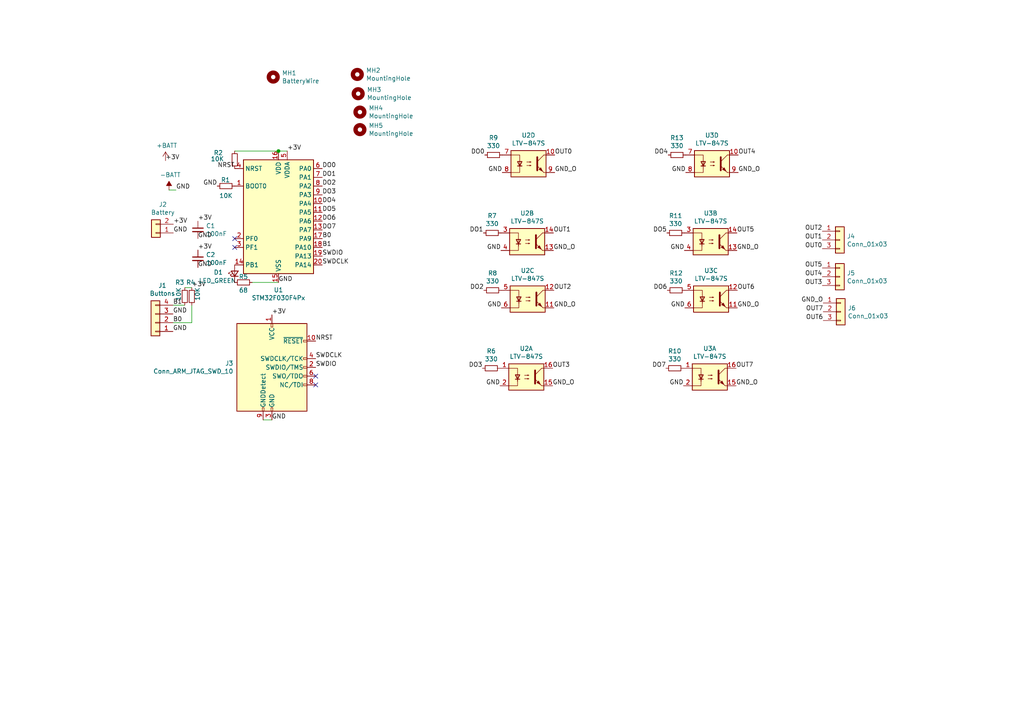
<source format=kicad_sch>
(kicad_sch (version 20230121) (generator eeschema)
  (paper "A4")
  (lib_symbols
    (symbol "Connector_Generic:Conn_01x02" (pin_names (offset 1.016) hide)
      (property "Reference" "J" (at 0 2.54 0))
      (property "Value" "Conn_01x02" (at 0 -5.08 0))
      (symbol "Conn_01x02_1_1"
        (rectangle (start -1.27 -2.413) (end 0 -2.667) (stroke (width 0.1524)))
        (rectangle (start -1.27 0.127) (end 0 -0.127) (stroke (width 0.1524)))
        (rectangle (start -1.27 1.27) (end 1.27 -3.81) (stroke (width 0.254)) (fill (type background)))
        (pin passive line (at -5.08 0 0) (length 3.81) (name "Pin_1") (number "1"))
        (pin passive line (at -5.08 -2.54 0) (length 3.81) (name "Pin_2") (number "2"))
      )
    )
    (symbol "Connector_Generic:Conn_01x03" (pin_names (offset 1.016) hide)
      (property "Reference" "J" (at 0 5.08 0))
      (property "Value" "Conn_01x03" (at 0 -5.08 0))
      (symbol "Conn_01x03_1_1"
        (rectangle (start -1.27 -2.413) (end 0 -2.667) (stroke (width 0.1524)))
        (rectangle (start -1.27 0.127) (end 0 -0.127) (stroke (width 0.1524)))
        (rectangle (start -1.27 2.667) (end 0 2.413) (stroke (width 0.1524)))
        (rectangle (start -1.27 3.81) (end 1.27 -3.81) (stroke (width 0.254)) (fill (type background)))
        (pin passive line (at -5.08 2.54 0) (length 3.81) (name "Pin_1") (number "1"))
        (pin passive line (at -5.08 0 0) (length 3.81) (name "Pin_2") (number "2"))
        (pin passive line (at -5.08 -2.54 0) (length 3.81) (name "Pin_3") (number "3"))
      )
    )
    (symbol "Connector_Generic:Conn_01x04" (pin_names (offset 1.016) hide)
      (property "Reference" "J" (at 0 5.08 0))
      (property "Value" "Conn_01x04" (at 0 -7.62 0))
      (symbol "Conn_01x04_1_1"
        (rectangle (start -1.27 -4.953) (end 0 -5.207) (stroke (width 0.1524)))
        (rectangle (start -1.27 -2.413) (end 0 -2.667) (stroke (width 0.1524)))
        (rectangle (start -1.27 0.127) (end 0 -0.127) (stroke (width 0.1524)))
        (rectangle (start -1.27 2.667) (end 0 2.413) (stroke (width 0.1524)))
        (rectangle (start -1.27 3.81) (end 1.27 -6.35) (stroke (width 0.254)) (fill (type background)))
        (pin passive line (at -5.08 2.54 0) (length 3.81) (name "Pin_1") (number "1"))
        (pin passive line (at -5.08 0 0) (length 3.81) (name "Pin_2") (number "2"))
        (pin passive line (at -5.08 -2.54 0) (length 3.81) (name "Pin_3") (number "3"))
        (pin passive line (at -5.08 -5.08 0) (length 3.81) (name "Pin_4") (number "4"))
      )
    )
    (symbol "Device:C_Small" (pin_numbers hide) (pin_names (offset 0.254) hide)
      (property "Reference" "C" (at 0.254 1.778 0))
      (property "Value" "C_Small" (at 0.254 -2.032 0))
      (symbol "C_Small_0_1"
        (polyline (pts (xy -1.524 -0.508) (xy 1.524 -0.508)) (stroke (width 0.3302)))
        (polyline (pts (xy -1.524 0.508) (xy 1.524 0.508)) (stroke (width 0.3048)))
      )
      (symbol "C_Small_1_1"
        (pin passive line (at 0 2.54 270) (length 2.032) (name "~") (number "1"))
        (pin passive line (at 0 -2.54 90) (length 2.032) (name "~") (number "2"))
      )
    )
    (symbol "Device:LED_Small" (pin_numbers hide) (pin_names (offset 0.254) hide)
      (property "Reference" "D" (at -1.27 3.175 0))
      (property "Value" "LED_Small" (at -4.445 -2.54 0))
      (symbol "LED_Small_0_1"
        (polyline (pts (xy -0.762 -1.016) (xy -0.762 1.016)) (stroke (width 0.254)))
        (polyline (pts (xy 1.016 0) (xy -0.762 0)))
        (polyline (pts (xy 0.762 -1.016) (xy -0.762 0) (xy 0.762 1.016) (xy 0.762 -1.016)) (stroke (width 0.254)))
        (polyline (pts (xy 0 0.762) (xy -0.508 1.27) (xy -0.254 1.27) (xy -0.508 1.27) (xy -0.508 1.016)))
        (polyline (pts (xy 0.508 1.27) (xy 0 1.778) (xy 0.254 1.778) (xy 0 1.778) (xy 0 1.524)))
      )
      (symbol "LED_Small_1_1"
        (pin passive line (at -2.54 0 0) (length 1.778) (name "K") (number "1"))
        (pin passive line (at 2.54 0 180) (length 1.778) (name "A") (number "2"))
      )
    )
    (symbol "Device:R_Small" (pin_numbers hide) (pin_names (offset 0.254) hide)
      (property "Reference" "R" (at 0.762 0.508 0))
      (property "Value" "R_Small" (at 0.762 -1.016 0))
      (symbol "R_Small_0_1"
        (rectangle (start -0.762 1.778) (end 0.762 -1.778) (stroke (width 0.2032)))
      )
      (symbol "R_Small_1_1"
        (pin passive line (at 0 2.54 270) (length 0.762) (name "~") (number "1"))
        (pin passive line (at 0 -2.54 90) (length 0.762) (name "~") (number "2"))
      )
    )
    (symbol "Isolator:LTV-847S" (pin_names (offset 1.016))
      (property "Reference" "U" (at -3.81 5.08 0))
      (property "Value" "LTV-847S" (at 0 -5.08 0))
      (symbol "LTV-847S_0_1"
        (rectangle (start -5.08 3.81) (end 5.08 -3.81) (stroke (width 0.254)) (fill (type background)))
        (polyline (pts (xy -3.175 -0.635) (xy -1.905 -0.635)) (stroke (width 0.254)))
        (polyline (pts (xy 2.54 0.635) (xy 4.445 2.54)))
        (polyline (pts (xy 4.445 -2.54) (xy 2.54 -0.635)) (fill (type outline)))
        (polyline (pts (xy 4.445 -2.54) (xy 5.08 -2.54)))
        (polyline (pts (xy 4.445 2.54) (xy 5.08 2.54)))
        (polyline (pts (xy -2.54 -0.635) (xy -2.54 -2.54) (xy -5.08 -2.54)))
        (polyline (pts (xy 2.54 1.905) (xy 2.54 -1.905) (xy 2.54 -1.905)) (stroke (width 0.508)))
        (polyline (pts (xy -5.08 2.54) (xy -2.54 2.54) (xy -2.54 -1.27) (xy -2.54 0.635)))
        (polyline (pts (xy -2.54 -0.635) (xy -3.175 0.635) (xy -1.905 0.635) (xy -2.54 -0.635)) (stroke (width 0.254)))
        (polyline (pts (xy -0.508 -0.508) (xy 0.762 -0.508) (xy 0.381 -0.635) (xy 0.381 -0.381) (xy 0.762 -0.508)))
        (polyline (pts (xy -0.508 0.508) (xy 0.762 0.508) (xy 0.381 0.381) (xy 0.381 0.635) (xy 0.762 0.508)))
        (polyline (pts (xy 3.048 -1.651) (xy 3.556 -1.143) (xy 4.064 -2.159) (xy 3.048 -1.651) (xy 3.048 -1.651)) (fill (type outline)))
      )
      (symbol "LTV-847S_1_1"
        (pin passive line (at -7.62 2.54 0) (length 2.54) (name "~") (number "1"))
        (pin passive line (at 7.62 -2.54 180) (length 2.54) (name "~") (number "15"))
        (pin passive line (at 7.62 2.54 180) (length 2.54) (name "~") (number "16"))
        (pin passive line (at -7.62 -2.54 0) (length 2.54) (name "~") (number "2"))
      )
      (symbol "LTV-847S_2_1"
        (pin passive line (at 7.62 -2.54 180) (length 2.54) (name "~") (number "13"))
        (pin passive line (at 7.62 2.54 180) (length 2.54) (name "~") (number "14"))
        (pin passive line (at -7.62 2.54 0) (length 2.54) (name "~") (number "3"))
        (pin passive line (at -7.62 -2.54 0) (length 2.54) (name "~") (number "4"))
      )
      (symbol "LTV-847S_3_1"
        (pin passive line (at 7.62 -2.54 180) (length 2.54) (name "~") (number "11"))
        (pin passive line (at 7.62 2.54 180) (length 2.54) (name "~") (number "12"))
        (pin passive line (at -7.62 2.54 0) (length 2.54) (name "~") (number "5"))
        (pin passive line (at -7.62 -2.54 0) (length 2.54) (name "~") (number "6"))
      )
      (symbol "LTV-847S_4_1"
        (pin passive line (at 7.62 2.54 180) (length 2.54) (name "~") (number "10"))
        (pin passive line (at -7.62 2.54 0) (length 2.54) (name "~") (number "7"))
        (pin passive line (at -7.62 -2.54 0) (length 2.54) (name "~") (number "8"))
        (pin passive line (at 7.62 -2.54 180) (length 2.54) (name "~") (number "9"))
      )
    )
    (symbol "Mechanical:MountingHole" (pin_names (offset 1.016))
      (property "Reference" "H" (at 0 5.08 0))
      (property "Value" "MountingHole" (at 0 3.175 0))
      (symbol "MountingHole_0_1"
        (circle (center 0 0) (radius 1.27) (stroke (width 1.27)))
      )
    )
    (symbol "power:+BATT" (power) (pin_names (offset 0))
      (property "Value" "+BATT" (at 0 3.556 0))
      (symbol "+BATT_0_1"
        (polyline (pts (xy -0.762 1.27) (xy 0 2.54)))
        (polyline (pts (xy 0 0) (xy 0 2.54)))
        (polyline (pts (xy 0 2.54) (xy 0.762 1.27)))
      )
      (symbol "+BATT_1_1"
        (pin power_in line (at 0 0 90) (length 0) hide (name "+BATT") (number "1"))
      )
    )
    (symbol "power:-BATT" (power) (pin_names (offset 0))
      (property "Value" "-BATT" (at 0 3.556 0))
      (symbol "-BATT_0_1"
        (polyline (pts (xy 0 0) (xy 0 2.54)))
        (polyline (pts (xy 0.762 1.27) (xy -0.762 1.27) (xy 0 2.54) (xy 0.762 1.27)) (fill (type outline)))
      )
      (symbol "-BATT_1_1"
        (pin power_in line (at 0 0 90) (length 0) hide (name "-BATT") (number "1"))
      )
    )
    (symbol "psg14_emu-rescue:Conn_ARM_JTAG_SWD_10-Connector" (pin_names (offset 1.016))
      (property "Reference" "J" (at -2.54 16.51 0))
      (property "Value" "Connector:Conn_ARM_JTAG_SWD_10" (at -2.54 13.97 0))
      (symbol "Conn_ARM_JTAG_SWD_10-Connector_0_1"
        (rectangle (start -10.16 12.7) (end 10.16 -12.7) (stroke (width 0.254)) (fill (type background)))
        (rectangle (start -2.794 -12.7) (end -2.286 -11.684))
        (rectangle (start -0.254 -12.7) (end 0.254 -11.684))
        (rectangle (start -0.254 12.7) (end 0.254 11.684))
        (rectangle (start 9.144 2.286) (end 10.16 2.794))
        (rectangle (start 10.16 -2.794) (end 9.144 -2.286))
        (rectangle (start 10.16 -0.254) (end 9.144 0.254))
        (rectangle (start 10.16 7.874) (end 9.144 7.366))
      )
      (symbol "Conn_ARM_JTAG_SWD_10-Connector_1_1"
        (rectangle (start 9.144 -5.334) (end 10.16 -4.826))
        (pin power_in line (at 0 15.24 270) (length 2.54) (name "VCC") (number "1"))
        (pin open_collector line (at 12.7 7.62 180) (length 2.54) (name "~{RESET}") (number "10"))
        (pin bidirectional line (at 12.7 0 180) (length 2.54) (name "SWDIO/TMS") (number "2"))
        (pin power_in line (at 0 -15.24 90) (length 2.54) (name "GND") (number "3"))
        (pin output line (at 12.7 2.54 180) (length 2.54) (name "SWDCLK/TCK") (number "4"))
        (pin passive line (at 0 -15.24 90) (length 2.54) hide (name "GND") (number "5"))
        (pin input line (at 12.7 -2.54 180) (length 2.54) (name "SWO/TDO") (number "6"))
        (pin no_connect line (at -10.16 0 0) (length 2.54) hide (name "KEY") (number "7"))
        (pin output line (at 12.7 -5.08 180) (length 2.54) (name "NC/TDI") (number "8"))
        (pin input line (at -2.54 -15.24 90) (length 2.54) (name "GNDDetect") (number "9"))
      )
    )
    (symbol "psg14_emu-rescue:STM32F030F4Px-MCU_ST_STM32F0"
      (property "Reference" "U" (at -10.16 16.51 0))
      (property "Value" "MCU_ST_STM32F0:STM32F030F4Px" (at 5.08 16.51 0))
      (symbol "STM32F030F4Px-MCU_ST_STM32F0_0_1"
        (rectangle (start -10.16 -17.78) (end 10.16 15.24) (stroke (width 0.254)) (fill (type background)))
      )
      (symbol "STM32F030F4Px-MCU_ST_STM32F0_1_1"
        (pin input line (at -12.7 7.62 0) (length 2.54) (name "BOOT0") (number "1"))
        (pin bidirectional line (at 12.7 2.54 180) (length 2.54) (name "PA4") (number "10"))
        (pin bidirectional line (at 12.7 0 180) (length 2.54) (name "PA5") (number "11"))
        (pin bidirectional line (at 12.7 -2.54 180) (length 2.54) (name "PA6") (number "12"))
        (pin bidirectional line (at 12.7 -5.08 180) (length 2.54) (name "PA7") (number "13"))
        (pin bidirectional line (at -12.7 -15.24 0) (length 2.54) (name "PB1") (number "14"))
        (pin power_in line (at 0 -20.32 90) (length 2.54) (name "VSS") (number "15"))
        (pin power_in line (at 0 17.78 270) (length 2.54) (name "VDD") (number "16"))
        (pin bidirectional line (at 12.7 -7.62 180) (length 2.54) (name "PA9") (number "17"))
        (pin bidirectional line (at 12.7 -10.16 180) (length 2.54) (name "PA10") (number "18"))
        (pin bidirectional line (at 12.7 -12.7 180) (length 2.54) (name "PA13") (number "19"))
        (pin input line (at -12.7 -7.62 0) (length 2.54) (name "PF0") (number "2"))
        (pin bidirectional line (at 12.7 -15.24 180) (length 2.54) (name "PA14") (number "20"))
        (pin input line (at -12.7 -10.16 0) (length 2.54) (name "PF1") (number "3"))
        (pin input line (at -12.7 12.7 0) (length 2.54) (name "NRST") (number "4"))
        (pin power_in line (at 2.54 17.78 270) (length 2.54) (name "VDDA") (number "5"))
        (pin bidirectional line (at 12.7 12.7 180) (length 2.54) (name "PA0") (number "6"))
        (pin bidirectional line (at 12.7 10.16 180) (length 2.54) (name "PA1") (number "7"))
        (pin bidirectional line (at 12.7 7.62 180) (length 2.54) (name "PA2") (number "8"))
        (pin bidirectional line (at 12.7 5.08 180) (length 2.54) (name "PA3") (number "9"))
      )
    )
  )
  (junction (at 80.772 43.815))
  (no_connect (at 91.567 111.633))
  (no_connect (at 91.567 109.093))
  (no_connect (at 68.072 71.755))
  (no_connect (at 68.072 69.215))
  (wire (pts (xy 53.594 83.439) (xy 55.626 83.439)))
  (wire (pts (xy 76.327 121.793) (xy 78.867 121.793)))
  (wire (pts (xy 55.626 93.599) (xy 50.165 93.599)))
  (wire (pts (xy 51.054 55.118) (xy 49.022 55.118)))
  (wire (pts (xy 53.594 88.519) (xy 50.165 88.519)))
  (wire (pts (xy 68.072 43.815) (xy 80.772 43.815)))
  (wire (pts (xy 80.772 43.815) (xy 83.312 43.815)))
  (wire (pts (xy 73.152 81.915) (xy 80.772 81.915)))
  (wire (pts (xy 55.626 88.519) (xy 55.626 93.599)))
  (label "DO0" (at 93.472 48.895 0))
  (label "DO6" (at 193.548 84.201 180))
  (label "GND" (at 50.165 91.059 0))
  (label "+3V" (at 50.292 65.024 0))
  (label "DO7" (at 93.472 66.675 0))
  (label "OUT6" (at 213.868 84.201 0))
  (label "OUT3" (at 238.506 82.804 180))
  (label "GND" (at 198.628 89.281 180))
  (label "SWDCLK" (at 93.472 76.835 0))
  (label "DO6" (at 93.472 64.135 0))
  (label "GND" (at 57.404 77.597 0))
  (label "GND" (at 198.882 50.038 180))
  (label "GND" (at 198.247 111.887 180))
  (label "OUT5" (at 238.506 77.724 180))
  (label "GND_O" (at 160.909 50.038 0))
  (label "GND_O" (at 160.655 89.281 0))
  (label "DO3" (at 139.954 106.807 180))
  (label "OUT5" (at 213.741 67.564 0))
  (label "GND_O" (at 214.122 50.038 0))
  (label "SWDCLK" (at 91.567 104.013 0))
  (label "DO4" (at 193.802 44.958 180))
  (label "OUT2" (at 238.506 67.056 180))
  (label "OUT7" (at 213.487 106.807 0))
  (label "GND_O" (at 160.528 72.644 0))
  (label "NRST" (at 91.567 98.933 0))
  (label "OUT6" (at 238.76 92.964 180))
  (label "OUT1" (at 238.506 69.596 180))
  (label "GND" (at 50.165 96.139 0))
  (label "GND_O" (at 160.274 111.887 0))
  (label "GND_O" (at 213.487 111.887 0))
  (label "GND" (at 145.288 72.644 180))
  (label "+3V" (at 48.006 46.609 0))
  (label "GND" (at 198.501 72.644 180))
  (label "OUT0" (at 238.506 72.136 180))
  (label "DO4" (at 93.472 59.055 0))
  (label "GND" (at 78.867 121.793 0))
  (label "DO1" (at 140.208 67.564 180))
  (label "+3V" (at 57.404 64.135 0))
  (label "GND_O" (at 238.76 87.884 180))
  (label "B0" (at 50.165 93.599 0))
  (label "GND" (at 51.054 55.118 0))
  (label "OUT3" (at 160.274 106.807 0))
  (label "OUT2" (at 160.655 84.201 0))
  (label "GND" (at 145.669 50.038 180))
  (label "GND" (at 145.034 111.887 180))
  (label "OUT7" (at 238.76 90.424 180))
  (label "+3V" (at 78.867 91.313 0))
  (label "OUT0" (at 160.909 44.958 0))
  (label "SWDIO" (at 93.472 74.295 0))
  (label "SWDIO" (at 91.567 106.553 0))
  (label "GND" (at 145.415 89.281 180))
  (label "+3V" (at 55.626 83.439 0))
  (label "OUT4" (at 214.122 44.958 0))
  (label "DO5" (at 93.472 61.595 0))
  (label "OUT1" (at 160.528 67.564 0))
  (label "DO2" (at 93.472 53.975 0))
  (label "DO5" (at 193.421 67.564 180))
  (label "+3V" (at 83.312 43.815 0))
  (label "NRST" (at 68.072 48.895 180))
  (label "GND" (at 50.292 67.564 0))
  (label "B1" (at 93.472 71.755 0))
  (label "OUT4" (at 238.506 80.264 180))
  (label "DO3" (at 93.472 56.515 0))
  (label "GND" (at 62.992 53.975 180))
  (label "B0" (at 93.472 69.215 0))
  (label "B1" (at 50.165 88.519 0))
  (label "GND_O" (at 213.868 89.281 0))
  (label "DO7" (at 193.167 106.807 180))
  (label "GND" (at 57.404 69.215 0))
  (label "DO2" (at 140.335 84.201 180))
  (label "DO1" (at 93.472 51.435 0))
  (label "GND_O" (at 213.741 72.644 0))
  (label "DO0" (at 140.589 44.958 180))
  (label "+3V" (at 57.404 72.517 0))
  (label "GND" (at 80.772 81.915 0))
  (symbol (lib_id "psg14_emu-rescue:STM32F030F4Px-MCU_ST_STM32F0") (at 80.772 61.595 0) (unit 1)
    (property "Reference" "U1" (at 80.772 84.0994 0))
    (property "Value" "STM32F030F4Px" (at 80.772 86.4108 0))
    (property "Footprint" "Housings_SSOP:TSSOP-20_4.4x6.5mm_Pitch0.65mm" (effects hide))
    (property "Datasheet" "http://www.st.com/st-web-ui/static/active/en/resource/technical/document/datasheet/DM00088500.pdf" (effects hide))
  )
  (symbol (lib_id "power:-BATT") (at 49.022 55.118 0) (unit 1)
    (property "Reference" "#PWR02" (effects hide))
    (property "Value" "-BATT" (at 49.403 50.7238 0))
  )
  (symbol (lib_id "power:+BATT") (at 48.006 46.609 0) (unit 1)
    (property "Reference" "#PWR01" (effects hide))
    (property "Value" "+BATT" (at 48.387 42.2148 0))
  )
  (symbol (lib_id "Device:R_Small") (at 68.072 46.355 0) (unit 1)
    (property "Reference" "R2" (at 61.976 44.323 0) (effects (justify left)))
    (property "Value" "10K" (at 61.087 46.101 0) (effects (justify left)))
    (property "Footprint" "Resistors_SMD:R_0805_HandSoldering" (effects hide))
  )
  (symbol (lib_id "Device:R_Small") (at 65.532 53.975 90) (unit 1)
    (property "Reference" "R1" (at 65.405 52.197 90))
    (property "Value" "10K" (at 65.532 56.769 90))
    (property "Footprint" "Resistors_SMD:R_0805_HandSoldering" (effects hide))
  )
  (symbol (lib_id "Connector_Generic:Conn_01x02") (at 45.212 67.564 180) (unit 1)
    (property "Reference" "J2" (at 47.244 59.309 0))
    (property "Value" "Battery" (at 47.244 61.6204 0))
    (property "Footprint" "Pin_Headers:Pin_Header_Straight_1x02_Pitch2.54mm" (effects hide))
  )
  (symbol (lib_id "Isolator:LTV-847S") (at 153.289 47.498 0) (unit 4)
    (property "Reference" "U2" (at 153.289 39.243 0))
    (property "Value" "LTV-847S" (at 153.289 41.5544 0))
    (property "Footprint" "Housings_DIP:SMDIP-16_W9.53mm_Clearance8mm" (effects hide))
    (property "Datasheet" "http://www.us.liteon.com/downloads/LTV-817-827-847.PDF" (effects hide))
  )
  (symbol (lib_id "Device:C_Small") (at 57.404 66.675 0) (unit 1)
    (property "Reference" "C1" (at 59.7408 65.5066 0) (effects (justify left)))
    (property "Value" "100nF" (at 59.7408 67.818 0) (effects (justify left)))
    (property "Footprint" "Capacitors_SMD:C_0805_HandSoldering" (effects hide))
  )
  (symbol (lib_id "Device:R_Small") (at 143.129 44.958 270) (unit 1)
    (property "Reference" "R9" (at 143.129 39.9796 90))
    (property "Value" "330" (at 143.129 42.291 90))
    (property "Footprint" "Resistors_SMD:R_0805_HandSoldering" (effects hide))
  )
  (symbol (lib_id "Isolator:LTV-847S") (at 152.908 70.104 0) (unit 2)
    (property "Reference" "U2" (at 152.908 61.849 0))
    (property "Value" "LTV-847S" (at 152.908 64.1604 0))
    (property "Footprint" "Housings_DIP:SMDIP-16_W9.53mm_Clearance8mm" (effects hide))
    (property "Datasheet" "http://www.us.liteon.com/downloads/LTV-817-827-847.PDF" (effects hide))
  )
  (symbol (lib_id "Device:R_Small") (at 142.748 67.564 270) (unit 1)
    (property "Reference" "R7" (at 142.748 62.5856 90))
    (property "Value" "330" (at 142.748 64.897 90))
    (property "Footprint" "Resistors_SMD:R_0805_HandSoldering" (effects hide))
  )
  (symbol (lib_id "Isolator:LTV-847S") (at 153.035 86.741 0) (unit 3)
    (property "Reference" "U2" (at 153.035 78.486 0))
    (property "Value" "LTV-847S" (at 153.035 80.7974 0))
    (property "Footprint" "Housings_DIP:SMDIP-16_W9.53mm_Clearance8mm" (effects hide))
    (property "Datasheet" "http://www.us.liteon.com/downloads/LTV-817-827-847.PDF" (effects hide))
  )
  (symbol (lib_id "Device:R_Small") (at 142.875 84.201 270) (unit 1)
    (property "Reference" "R8" (at 142.875 79.2226 90))
    (property "Value" "330" (at 142.875 81.534 90))
    (property "Footprint" "Resistors_SMD:R_0805_HandSoldering" (effects hide))
  )
  (symbol (lib_id "Isolator:LTV-847S") (at 152.654 109.347 0) (unit 1)
    (property "Reference" "U2" (at 152.654 101.092 0))
    (property "Value" "LTV-847S" (at 152.654 103.4034 0))
    (property "Footprint" "Housings_DIP:SMDIP-16_W9.53mm_Clearance8mm" (effects hide))
    (property "Datasheet" "http://www.us.liteon.com/downloads/LTV-817-827-847.PDF" (effects hide))
  )
  (symbol (lib_id "Device:R_Small") (at 142.494 106.807 270) (unit 1)
    (property "Reference" "R6" (at 142.494 101.8286 90))
    (property "Value" "330" (at 142.494 104.14 90))
    (property "Footprint" "Resistors_SMD:R_0805_HandSoldering" (effects hide))
  )
  (symbol (lib_id "Isolator:LTV-847S") (at 206.502 47.498 0) (unit 4)
    (property "Reference" "U3" (at 206.502 39.243 0))
    (property "Value" "LTV-847S" (at 206.502 41.5544 0))
    (property "Footprint" "Housings_DIP:SMDIP-16_W9.53mm_Clearance8mm" (effects hide))
    (property "Datasheet" "http://www.us.liteon.com/downloads/LTV-817-827-847.PDF" (effects hide))
  )
  (symbol (lib_id "Device:R_Small") (at 196.342 44.958 270) (unit 1)
    (property "Reference" "R13" (at 196.342 39.9796 90))
    (property "Value" "330" (at 196.342 42.291 90))
    (property "Footprint" "Resistors_SMD:R_0805_HandSoldering" (effects hide))
  )
  (symbol (lib_id "Isolator:LTV-847S") (at 206.121 70.104 0) (unit 2)
    (property "Reference" "U3" (at 206.121 61.849 0))
    (property "Value" "LTV-847S" (at 206.121 64.1604 0))
    (property "Footprint" "Housings_DIP:SMDIP-16_W9.53mm_Clearance8mm" (effects hide))
    (property "Datasheet" "http://www.us.liteon.com/downloads/LTV-817-827-847.PDF" (effects hide))
  )
  (symbol (lib_id "Device:R_Small") (at 195.961 67.564 270) (unit 1)
    (property "Reference" "R11" (at 195.961 62.5856 90))
    (property "Value" "330" (at 195.961 64.897 90))
    (property "Footprint" "Resistors_SMD:R_0805_HandSoldering" (effects hide))
  )
  (symbol (lib_id "Isolator:LTV-847S") (at 206.248 86.741 0) (unit 3)
    (property "Reference" "U3" (at 206.248 78.486 0))
    (property "Value" "LTV-847S" (at 206.248 80.7974 0))
    (property "Footprint" "Housings_DIP:SMDIP-16_W9.53mm_Clearance8mm" (effects hide))
    (property "Datasheet" "http://www.us.liteon.com/downloads/LTV-817-827-847.PDF" (effects hide))
  )
  (symbol (lib_id "Device:R_Small") (at 196.088 84.201 270) (unit 1)
    (property "Reference" "R12" (at 196.088 79.2226 90))
    (property "Value" "330" (at 196.088 81.534 90))
    (property "Footprint" "Resistors_SMD:R_0805_HandSoldering" (effects hide))
  )
  (symbol (lib_id "Isolator:LTV-847S") (at 205.867 109.347 0) (unit 1)
    (property "Reference" "U3" (at 205.867 101.092 0))
    (property "Value" "LTV-847S" (at 205.867 103.4034 0))
    (property "Footprint" "Housings_DIP:SMDIP-16_W9.53mm_Clearance8mm" (effects hide))
    (property "Datasheet" "http://www.us.liteon.com/downloads/LTV-817-827-847.PDF" (effects hide))
  )
  (symbol (lib_id "Device:R_Small") (at 195.707 106.807 270) (unit 1)
    (property "Reference" "R10" (at 195.707 101.8286 90))
    (property "Value" "330" (at 195.707 104.14 90))
    (property "Footprint" "Resistors_SMD:R_0805_HandSoldering" (effects hide))
  )
  (symbol (lib_id "Device:LED_Small") (at 68.072 79.375 90) (unit 1)
    (property "Reference" "D1" (at 61.976 78.994 90) (effects (justify right)))
    (property "Value" "LED_GREEN" (at 57.658 81.407 90) (effects (justify right)))
    (property "Footprint" "LEDs:LED_D5.0mm" (effects hide))
  )
  (symbol (lib_id "Device:R_Small") (at 70.612 81.915 270) (unit 1)
    (property "Reference" "R5" (at 70.612 80.264 90))
    (property "Value" "68" (at 70.612 84.201 90))
    (property "Footprint" "Resistors_SMD:R_0805_HandSoldering" (effects hide))
  )
  (symbol (lib_id "Connector_Generic:Conn_01x04") (at 45.085 93.599 180) (unit 1)
    (property "Reference" "J1" (at 47.117 82.804 0))
    (property "Value" "Buttons" (at 47.117 85.1154 0))
    (property "Footprint" "Connectors_Terminal_Blocks:TerminalBlock_bornier-4_P5.08mm" (effects hide))
  )
  (symbol (lib_id "Device:R_Small") (at 53.594 85.979 0) (unit 1)
    (property "Reference" "R3" (at 50.8 81.915 0) (effects (justify left)))
    (property "Value" "10K" (at 51.816 87.249 90) (effects (justify left)))
    (property "Footprint" "Resistors_SMD:R_0805_HandSoldering" (effects hide))
  )
  (symbol (lib_id "Device:R_Small") (at 55.626 85.979 0) (unit 1)
    (property "Reference" "R4" (at 53.975 81.915 0) (effects (justify left)))
    (property "Value" "10K" (at 57.277 87.249 90) (effects (justify left)))
    (property "Footprint" "Resistors_SMD:R_0805_HandSoldering" (effects hide))
  )
  (symbol (lib_id "psg14_emu-rescue:Conn_ARM_JTAG_SWD_10-Connector") (at 78.867 106.553 0) (unit 1)
    (property "Reference" "J3" (at 67.691 105.3846 0) (effects (justify right)))
    (property "Value" "Conn_ARM_JTAG_SWD_10" (at 67.691 107.696 0) (effects (justify right)))
    (property "Footprint" "Pin_Headers:Pin_Header_Straight_2x05_Pitch1.27mm_SMD" (effects hide))
    (property "Datasheet" "http://infocenter.arm.com/help/topic/com.arm.doc.faqs/attached/13634/cortex_debug_connectors.pdf" (effects hide))
  )
  (symbol (lib_id "Connector_Generic:Conn_01x03") (at 243.586 69.596 0) (unit 1)
    (property "Reference" "J4" (at 245.618 68.5292 0) (effects (justify left)))
    (property "Value" "Conn_01x03" (at 245.618 70.8406 0) (effects (justify left)))
    (property "Footprint" "Connectors_Terminal_Blocks:TerminalBlock_bornier-3_P5.08mm" (effects hide))
  )
  (symbol (lib_id "Connector_Generic:Conn_01x03") (at 243.586 80.264 0) (unit 1)
    (property "Reference" "J5" (at 245.618 79.1972 0) (effects (justify left)))
    (property "Value" "Conn_01x03" (at 245.618 81.5086 0) (effects (justify left)))
    (property "Footprint" "Connectors_Terminal_Blocks:TerminalBlock_bornier-3_P5.08mm" (effects hide))
  )
  (symbol (lib_id "Connector_Generic:Conn_01x03") (at 243.84 90.424 0) (unit 1)
    (property "Reference" "J6" (at 245.872 89.3572 0) (effects (justify left)))
    (property "Value" "Conn_01x03" (at 245.872 91.6686 0) (effects (justify left)))
    (property "Footprint" "Connectors_Terminal_Blocks:TerminalBlock_bornier-3_P5.08mm" (effects hide))
  )
  (symbol (lib_id "Device:C_Small") (at 57.404 75.057 0) (unit 1)
    (property "Reference" "C2" (at 59.7408 73.8886 0) (effects (justify left)))
    (property "Value" "100nF" (at 59.7408 76.2 0) (effects (justify left)))
    (property "Footprint" "Capacitors_SMD:C_0805_HandSoldering" (effects hide))
  )
  (symbol (lib_id "Mechanical:MountingHole") (at 103.886 27.178 0) (unit 1)
    (property "Reference" "MH3" (at 106.426 26.0096 0) (effects (justify left)))
    (property "Value" "MountingHole" (at 106.426 28.321 0) (effects (justify left)))
    (property "Footprint" "Mounting_Holes:MountingHole_3.2mm_M3" (effects hide))
  )
  (symbol (lib_id "Mechanical:MountingHole") (at 103.632 21.59 0) (unit 1)
    (property "Reference" "MH2" (at 106.172 20.4216 0) (effects (justify left)))
    (property "Value" "MountingHole" (at 106.172 22.733 0) (effects (justify left)))
    (property "Footprint" "Mounting_Holes:MountingHole_3.2mm_M3" (effects hide))
  )
  (symbol (lib_id "Mechanical:MountingHole") (at 104.394 32.512 0) (unit 1)
    (property "Reference" "MH4" (at 106.934 31.3436 0) (effects (justify left)))
    (property "Value" "MountingHole" (at 106.934 33.655 0) (effects (justify left)))
    (property "Footprint" "Mounting_Holes:MountingHole_3.2mm_M3" (effects hide))
  )
  (symbol (lib_id "Mechanical:MountingHole") (at 104.394 37.592 0) (unit 1)
    (property "Reference" "MH5" (at 106.934 36.4236 0) (effects (justify left)))
    (property "Value" "MountingHole" (at 106.934 38.735 0) (effects (justify left)))
    (property "Footprint" "Mounting_Holes:MountingHole_3.2mm_M3" (effects hide))
  )
  (symbol (lib_id "Mechanical:MountingHole") (at 79.248 22.352 0) (unit 1)
    (property "Reference" "MH1" (at 81.788 21.1836 0) (effects (justify left)))
    (property "Value" "BatteryWire" (at 81.788 23.495 0) (effects (justify left)))
    (property "Footprint" "Mounting_Holes:MountingHole_2.5mm" (effects hide))
  )
)
</source>
